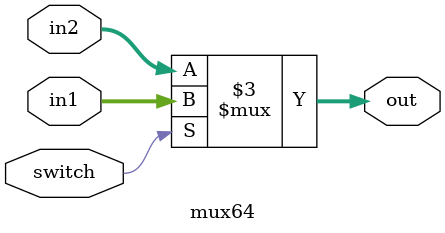
<source format=v>
`timescale 1ns / 1ps

module mux64 (
    input switch,
    input [63:0] in1,
    input [63:0] in2,
    output reg [63:0] out
);

always @* begin
    if(switch) out = in1;
    else out = in2;
end
    
endmodule
</source>
